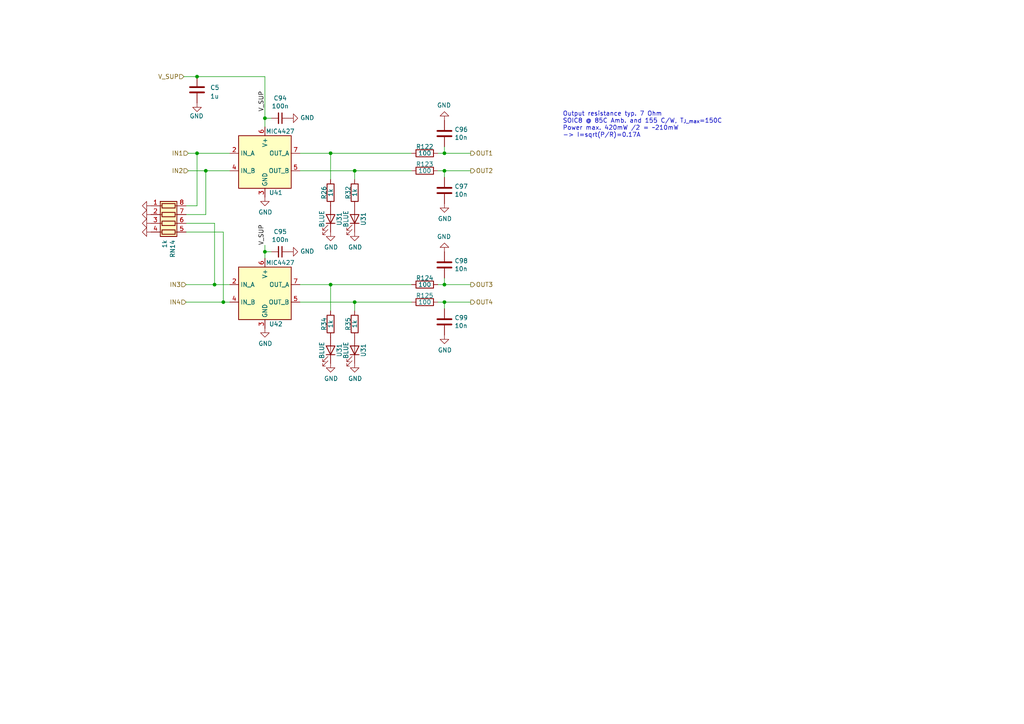
<source format=kicad_sch>
(kicad_sch (version 20230121) (generator eeschema)
  (paper "A4")
  (title_block (title "rusEfi Proteus") (date "2022-04-09") (rev "v0.7") (company "rusEFI") (comment 1 "github.com/mck1117/proteus") (comment 2 "rusefi.com/s/proteus"))
  (lib_symbols
    (symbol "Device:C" (pin_numbers hide) (pin_names (offset 0.254))
      (property "Reference" "C" (at 0.635 2.54 0))
      (property "Value" "C" (at 0.635 -2.54 0))
      (symbol "C_0_1"
        (polyline (pts (xy -2.032 -0.762) (xy 2.032 -0.762)) (stroke (width 0.508)))
        (polyline (pts (xy -2.032 0.762) (xy 2.032 0.762)) (stroke (width 0.508)))
      )
      (symbol "C_1_1"
        (pin passive line (at 0 3.81 270) (length 2.794) (name "~") (number "1"))
        (pin passive line (at 0 -3.81 90) (length 2.794) (name "~") (number "2"))
      )
    )
    (symbol "Device:C_Small" (pin_numbers hide) (pin_names (offset 0.254) hide)
      (property "Reference" "C" (at 0.254 1.778 0))
      (property "Value" "C_Small" (at 0.254 -2.032 0))
      (symbol "C_Small_0_1"
        (polyline (pts (xy -1.524 -0.508) (xy 1.524 -0.508)) (stroke (width 0.3302)))
        (polyline (pts (xy -1.524 0.508) (xy 1.524 0.508)) (stroke (width 0.3048)))
      )
      (symbol "C_Small_1_1"
        (pin passive line (at 0 2.54 270) (length 2.032) (name "~") (number "1"))
        (pin passive line (at 0 -2.54 90) (length 2.032) (name "~") (number "2"))
      )
    )
    (symbol "Device:LED" (pin_numbers hide) (pin_names (offset 1.016) hide)
      (property "Reference" "D" (at 0 2.54 0))
      (property "Value" "LED" (at 0 -2.54 0))
      (symbol "LED_0_1"
        (polyline (pts (xy -1.27 -1.27) (xy -1.27 1.27)) (stroke (width 0.254)))
        (polyline (pts (xy -1.27 0) (xy 1.27 0)))
        (polyline (pts (xy 1.27 -1.27) (xy 1.27 1.27) (xy -1.27 0) (xy 1.27 -1.27)) (stroke (width 0.254)))
        (polyline (pts (xy -3.048 -0.762) (xy -4.572 -2.286) (xy -3.81 -2.286) (xy -4.572 -2.286) (xy -4.572 -1.524)))
        (polyline (pts (xy -1.778 -0.762) (xy -3.302 -2.286) (xy -2.54 -2.286) (xy -3.302 -2.286) (xy -3.302 -1.524)))
      )
      (symbol "LED_1_1"
        (pin passive line (at -3.81 0 0) (length 2.54) (name "K") (number "1"))
        (pin passive line (at 3.81 0 180) (length 2.54) (name "A") (number "2"))
      )
    )
    (symbol "Device:R" (pin_numbers hide) (pin_names (offset 0))
      (property "Reference" "R" (at 2.032 0 90))
      (property "Value" "R" (at 0 0 90))
      (symbol "R_0_1"
        (rectangle (start -1.016 -2.54) (end 1.016 2.54) (stroke (width 0.254)))
      )
      (symbol "R_1_1"
        (pin passive line (at 0 3.81 270) (length 1.27) (name "~") (number "1"))
        (pin passive line (at 0 -3.81 90) (length 1.27) (name "~") (number "2"))
      )
    )
    (symbol "Device:R_Pack04" (pin_names (offset 0) hide)
      (property "Reference" "RN" (at -7.62 0 90))
      (property "Value" "R_Pack04" (at 5.08 0 90))
      (symbol "R_Pack04_0_1"
        (rectangle (start -6.35 -2.413) (end 3.81 2.413) (stroke (width 0.254)) (fill (type background)))
        (rectangle (start -5.715 1.905) (end -4.445 -1.905) (stroke (width 0.254)))
        (rectangle (start -3.175 1.905) (end -1.905 -1.905) (stroke (width 0.254)))
        (rectangle (start -0.635 1.905) (end 0.635 -1.905) (stroke (width 0.254)))
        (polyline (pts (xy -5.08 -2.54) (xy -5.08 -1.905)))
        (polyline (pts (xy -5.08 1.905) (xy -5.08 2.54)))
        (polyline (pts (xy -2.54 -2.54) (xy -2.54 -1.905)))
        (polyline (pts (xy -2.54 1.905) (xy -2.54 2.54)))
        (polyline (pts (xy 0 -2.54) (xy 0 -1.905)))
        (polyline (pts (xy 0 1.905) (xy 0 2.54)))
        (polyline (pts (xy 2.54 -2.54) (xy 2.54 -1.905)))
        (polyline (pts (xy 2.54 1.905) (xy 2.54 2.54)))
        (rectangle (start 1.905 1.905) (end 3.175 -1.905) (stroke (width 0.254)))
      )
      (symbol "R_Pack04_1_1"
        (pin passive line (at -5.08 -5.08 90) (length 2.54) (name "R1.1") (number "1"))
        (pin passive line (at -2.54 -5.08 90) (length 2.54) (name "R2.1") (number "2"))
        (pin passive line (at 0 -5.08 90) (length 2.54) (name "R3.1") (number "3"))
        (pin passive line (at 2.54 -5.08 90) (length 2.54) (name "R4.1") (number "4"))
        (pin passive line (at 2.54 5.08 270) (length 2.54) (name "R4.2") (number "5"))
        (pin passive line (at 0 5.08 270) (length 2.54) (name "R3.2") (number "6"))
        (pin passive line (at -2.54 5.08 270) (length 2.54) (name "R2.2") (number "7"))
        (pin passive line (at -5.08 5.08 270) (length 2.54) (name "R1.2") (number "8"))
      )
    )
    (symbol "Driver_FET:MIC4427"
      (property "Reference" "U" (at -7.62 8.89 0))
      (property "Value" "MIC4427" (at 1.27 8.89 0))
      (symbol "MIC4427_0_1"
        (rectangle (start -7.62 -7.62) (end 7.62 7.62) (stroke (width 0.254)) (fill (type background)))
      )
      (symbol "MIC4427_1_1"
        (pin no_connect line (at -7.62 0 0) (length 2.54) hide (name "NC") (number "1"))
        (pin input line (at -10.16 2.54 0) (length 2.54) (name "IN_A") (number "2"))
        (pin power_in line (at 0 -10.16 90) (length 2.54) (name "GND") (number "3"))
        (pin input line (at -10.16 -2.54 0) (length 2.54) (name "IN_B") (number "4"))
        (pin output line (at 10.16 -2.54 180) (length 2.54) (name "OUT_B") (number "5"))
        (pin power_in line (at 0 10.16 270) (length 2.54) (name "V+") (number "6"))
        (pin output line (at 10.16 2.54 180) (length 2.54) (name "OUT_A") (number "7"))
        (pin no_connect line (at 7.62 0 180) (length 2.54) hide (name "NC") (number "8"))
      )
    )
    (symbol "power:GND" (power) (pin_names (offset 0))
      (property "Value" "GND" (at 0 -3.81 0))
      (symbol "GND_0_1"
        (polyline (pts (xy 0 0) (xy 0 -1.27) (xy 1.27 -1.27) (xy 0 -2.54) (xy -1.27 -1.27) (xy 0 -1.27)))
      )
      (symbol "GND_1_1"
        (pin power_in line (at 0 0 270) (length 0) hide (name "GND") (number "1"))
      )
    )
  )
  (junction (at 57.15 22.225))
  (junction (at 128.905 87.63))
  (junction (at 57.15 44.45))
  (junction (at 95.885 44.45))
  (junction (at 102.87 87.63))
  (junction (at 95.885 82.55))
  (junction (at 76.835 34.29))
  (junction (at 102.87 49.53))
  (junction (at 76.835 73.025))
  (junction (at 128.905 49.53))
  (junction (at 128.905 44.45))
  (junction (at 64.77 87.63))
  (junction (at 62.23 82.55))
  (junction (at 128.905 82.55))
  (junction (at 59.69 49.53))
  (wire (pts (xy 128.905 82.55) (xy 136.525 82.55)))
  (wire (pts (xy 53.34 22.225) (xy 57.15 22.225)))
  (wire (pts (xy 128.905 44.45) (xy 128.905 42.545)))
  (wire (pts (xy 76.835 34.29) (xy 78.74 34.29)))
  (wire (pts (xy 128.905 49.53) (xy 136.525 49.53)))
  (wire (pts (xy 57.15 44.45) (xy 66.675 44.45)))
  (wire (pts (xy 119.38 87.63) (xy 102.87 87.63)))
  (wire (pts (xy 127 82.55) (xy 128.905 82.55)))
  (wire (pts (xy 102.87 87.63) (xy 86.995 87.63)))
  (wire (pts (xy 102.87 49.53) (xy 119.38 49.53)))
  (wire (pts (xy 76.835 34.29) (xy 76.835 36.83)))
  (wire (pts (xy 54.61 49.53) (xy 59.69 49.53)))
  (wire (pts (xy 95.885 82.55) (xy 95.885 90.17)))
  (wire (pts (xy 119.38 82.55) (xy 95.885 82.55)))
  (wire (pts (xy 136.525 44.45) (xy 128.905 44.45)))
  (wire (pts (xy 62.23 64.77) (xy 53.975 64.77)))
  (wire (pts (xy 95.885 44.45) (xy 119.38 44.45)))
  (wire (pts (xy 76.835 71.12) (xy 76.835 73.025)))
  (wire (pts (xy 136.525 87.63) (xy 128.905 87.63)))
  (wire (pts (xy 76.835 73.025) (xy 76.835 74.93)))
  (wire (pts (xy 62.23 82.55) (xy 66.675 82.55)))
  (wire (pts (xy 59.69 49.53) (xy 66.675 49.53)))
  (wire (pts (xy 102.87 87.63) (xy 102.87 90.17)))
  (wire (pts (xy 57.15 44.45) (xy 57.15 59.69)))
  (wire (pts (xy 53.975 62.23) (xy 59.69 62.23)))
  (wire (pts (xy 128.905 87.63) (xy 128.905 89.535)))
  (wire (pts (xy 95.885 82.55) (xy 86.995 82.55)))
  (wire (pts (xy 86.995 44.45) (xy 95.885 44.45)))
  (wire (pts (xy 64.77 87.63) (xy 66.675 87.63)))
  (wire (pts (xy 128.905 82.55) (xy 128.905 80.645)))
  (wire (pts (xy 78.74 73.025) (xy 76.835 73.025)))
  (wire (pts (xy 53.975 87.63) (xy 64.77 87.63)))
  (wire (pts (xy 95.885 44.45) (xy 95.885 52.07)))
  (wire (pts (xy 128.905 49.53) (xy 127 49.53)))
  (wire (pts (xy 53.975 59.69) (xy 57.15 59.69)))
  (wire (pts (xy 64.77 67.31) (xy 64.77 87.63)))
  (wire (pts (xy 57.15 22.225) (xy 76.835 22.225)))
  (wire (pts (xy 127 87.63) (xy 128.905 87.63)))
  (wire (pts (xy 64.77 67.31) (xy 53.975 67.31)))
  (wire (pts (xy 76.835 22.225) (xy 76.835 34.29)))
  (wire (pts (xy 127 44.45) (xy 128.905 44.45)))
  (wire (pts (xy 53.975 82.55) (xy 62.23 82.55)))
  (wire (pts (xy 54.61 44.45) (xy 57.15 44.45)))
  (wire (pts (xy 59.69 49.53) (xy 59.69 62.23)))
  (wire (pts (xy 86.995 49.53) (xy 102.87 49.53)))
  (wire (pts (xy 102.87 49.53) (xy 102.87 52.07)))
  (wire (pts (xy 128.905 51.435) (xy 128.905 49.53)))
  (wire (pts (xy 62.23 64.77) (xy 62.23 82.55)))
  (text "Output resistance typ. 7 Ohm\nSOIC8 @ 85C Amb. and 155 C/W, T_{J_max}=150C\nPower max. 420mW /2 = ~210mW\n-> I=sqrt(P/R)=0.17A" (at 163.195 40.005 0) (effects (font (size 1.27 1.27)) (justify left bottom)))
  (label "V_SUP" (at 76.835 32.385 90))
  (label "V_SUP" (at 76.835 71.12 90))
  (hierarchical_label "IN1" (shape input) (at 54.61 44.45 180))
  (hierarchical_label "IN2" (shape input) (at 54.61 49.53 180))
  (hierarchical_label "IN3" (shape input) (at 53.975 82.55 180))
  (hierarchical_label "V_SUP" (shape input) (at 53.34 22.225 180))
  (hierarchical_label "IN4" (shape input) (at 53.975 87.63 180))
  (hierarchical_label "OUT3" (shape output) (at 136.525 82.55 0))
  (hierarchical_label "OUT4" (shape output) (at 136.525 87.63 0))
  (hierarchical_label "OUT2" (shape output) (at 136.525 49.53 0))
  (hierarchical_label "OUT1" (shape output) (at 136.525 44.45 0))
  (symbol (lib_id "Driver_FET:MIC4427") (at 76.835 46.99 0) (unit 1)
    (property "Reference" "U41" (at 80.01 55.88 0))
    (property "Value" "MIC4427" (at 81.28 38.1 0))
    (property "Footprint" "Package_SO:SOIC-8_3.9x4.9mm_P1.27mm" (effects hide))
    (property "Datasheet" "http://ww1.microchip.com/downloads/en/DeviceDoc/mic4426.pdf" (effects hide))
    (property "PN" "TC4427EOA" (effects hide))
    (property "LCSC" "C20551" (effects hide))
    (property "LCSC_ext" "1" (effects hide))
    (property "possible_not_ext" "1" (effects hide))
    (instances (project "proteus" (path "" (reference "U41") (unit 1)) (path "" (reference "U43") (unit 1))))
  )
  (symbol (lib_id "Driver_FET:MIC4427") (at 76.835 85.09 0) (unit 1)
    (property "Reference" "U42" (at 80.01 93.98 0))
    (property "Value" "MIC4427" (at 81.28 76.2 0))
    (property "Footprint" "Package_SO:SOIC-8_3.9x4.9mm_P1.27mm" (effects hide))
    (property "Datasheet" "http://ww1.microchip.com/downloads/en/DeviceDoc/mic4426.pdf" (effects hide))
    (property "PN" "TC4427EOA" (effects hide))
    (property "LCSC" "C20551" (effects hide))
    (property "LCSC_ext" "1" (effects hide))
    (property "possible_not_ext" "1" (effects hide))
    (instances (project "proteus" (path "" (reference "U42") (unit 1)) (path "" (reference "U44") (unit 1))))
  )
  (symbol (lib_id "Device:C_Small") (at 81.28 73.025 270) (unit 1)
    (property "Reference" "C95" (at 81.28 67.2084 90))
    (property "Value" "100n" (at 81.28 69.5198 90))
    (property "Footprint" "Capacitor_SMD:C_0603_1608Metric" (effects hide))
    (property "LCSC" "C14663" (effects hide))
    (property "LCSC_ext" "0" (effects hide))
    (instances (project "proteus" (path "" (reference "C95") (unit 1)) (path "" (reference "C101") (unit 1))))
  )
  (symbol (lib_id "power:GND") (at 76.835 57.15 0) (unit 1)
    (property "Reference" "#PWR0281" (effects hide))
    (property "Value" "GND" (at 76.962 61.5442 0))
    (instances (project "proteus" (path "" (reference "#PWR0281") (unit 1)) (path "" (reference "#PWR0295") (unit 1))))
  )
  (symbol (lib_id "power:GND") (at 76.835 95.25 0) (unit 1)
    (property "Reference" "#PWR0283" (effects hide))
    (property "Value" "GND" (at 76.962 99.6442 0))
    (instances (project "proteus" (path "" (reference "#PWR0283") (unit 1)) (path "" (reference "#PWR0297") (unit 1))))
  )
  (symbol (lib_id "Device:C_Small") (at 81.28 34.29 270) (unit 1)
    (property "Reference" "C94" (at 81.28 28.4734 90))
    (property "Value" "100n" (at 81.28 30.7848 90))
    (property "Footprint" "Capacitor_SMD:C_0603_1608Metric" (effects hide))
    (property "LCSC" "C14663" (effects hide))
    (property "LCSC_ext" "0" (effects hide))
    (instances (project "proteus" (path "" (reference "C94") (unit 1)) (path "" (reference "C100") (unit 1))))
  )
  (symbol (lib_id "power:GND") (at 83.82 73.025 90) (unit 1)
    (property "Reference" "#PWR0285" (effects hide))
    (property "Value" "GND" (at 87.0712 72.898 90) (effects (justify right)))
    (instances (project "proteus" (path "" (reference "#PWR0285") (unit 1)) (path "" (reference "#PWR0299") (unit 1))))
  )
  (symbol (lib_id "power:GND") (at 83.82 34.29 90) (unit 1)
    (property "Reference" "#PWR0284" (effects hide))
    (property "Value" "GND" (at 87.0712 34.163 90) (effects (justify right)))
    (instances (project "proteus" (path "" (reference "#PWR0284") (unit 1)) (path "" (reference "#PWR0298") (unit 1))))
  )
  (symbol (lib_id "Device:R") (at 123.19 44.45 270) (unit 1)
    (property "Reference" "R122" (at 123.19 42.545 90))
    (property "Value" "100" (at 123.19 44.45 90))
    (property "Footprint" "Resistor_SMD:R_2512_6332Metric" (effects hide))
    (property "LCSC" "C2907569" (effects hide))
    (property "LCSC_ext" "0" (effects hide))
    (instances (project "proteus" (path "" (reference "R122") (unit 1)) (path "" (reference "R126") (unit 1))))
  )
  (symbol (lib_id "Device:R") (at 123.19 49.53 270) (unit 1)
    (property "Reference" "R123" (at 123.19 47.625 90))
    (property "Value" "100" (at 123.19 49.53 90))
    (property "Footprint" "Resistor_SMD:R_2512_6332Metric" (effects hide))
    (property "LCSC" "C2907569" (effects hide))
    (property "LCSC_ext" "0" (effects hide))
    (instances (project "proteus" (path "" (reference "R123") (unit 1)) (path "" (reference "R127") (unit 1))))
  )
  (symbol (lib_id "Device:R") (at 123.19 82.55 270) (unit 1)
    (property "Reference" "R124" (at 123.19 80.645 90))
    (property "Value" "100" (at 123.19 82.55 90))
    (property "Footprint" "Resistor_SMD:R_2512_6332Metric" (effects hide))
    (property "LCSC" "C2907569" (effects hide))
    (property "LCSC_ext" "0" (effects hide))
    (instances (project "proteus" (path "" (reference "R124") (unit 1)) (path "" (reference "R128") (unit 1))))
  )
  (symbol (lib_id "Device:R") (at 123.19 87.63 270) (unit 1)
    (property "Reference" "R125" (at 123.19 85.725 90))
    (property "Value" "100" (at 123.19 87.63 90))
    (property "Footprint" "Resistor_SMD:R_2512_6332Metric" (effects hide))
    (property "LCSC" "C2907569" (effects hide))
    (property "LCSC_ext" "0" (effects hide))
    (instances (project "proteus" (path "" (reference "R125") (unit 1)) (path "" (reference "R129") (unit 1))))
  )
  (symbol (lib_id "Device:C") (at 128.905 55.245 0) (unit 1)
    (property "Reference" "C97" (at 131.826 54.0766 0) (effects (justify left)))
    (property "Value" "10n" (at 131.826 56.388 0) (effects (justify left)))
    (property "Footprint" "Capacitor_SMD:C_0603_1608Metric" (effects hide))
    (property "LCSC" "C57112" (effects hide))
    (property "LCSC_ext" "0" (effects hide))
    (instances (project "proteus" (path "" (reference "C97") (unit 1)) (path "" (reference "C103") (unit 1))))
  )
  (symbol (lib_id "power:GND") (at 128.905 59.055 0) (unit 1)
    (property "Reference" "#PWR0287" (effects hide))
    (property "Value" "GND" (at 129.032 63.4492 0))
    (instances (project "proteus" (path "" (reference "#PWR0287") (unit 1)) (path "" (reference "#PWR0301") (unit 1))))
  )
  (symbol (lib_id "Device:C") (at 128.905 38.735 180) (unit 1)
    (property "Reference" "C96" (at 131.826 37.5666 0) (effects (justify right)))
    (property "Value" "10n" (at 131.826 39.878 0) (effects (justify right)))
    (property "Footprint" "Capacitor_SMD:C_0603_1608Metric" (effects hide))
    (property "LCSC" "C57112" (effects hide))
    (property "LCSC_ext" "0" (effects hide))
    (instances (project "proteus" (path "" (reference "C96") (unit 1)) (path "" (reference "C102") (unit 1))))
  )
  (symbol (lib_id "power:GND") (at 128.905 34.925 180) (unit 1)
    (property "Reference" "#PWR0286" (effects hide))
    (property "Value" "GND" (at 128.778 30.5308 0))
    (instances (project "proteus" (path "" (reference "#PWR0286") (unit 1)) (path "" (reference "#PWR0300") (unit 1))))
  )
  (symbol (lib_id "Device:C") (at 128.905 76.835 180) (unit 1)
    (property "Reference" "C98" (at 131.826 75.6666 0) (effects (justify right)))
    (property "Value" "10n" (at 131.826 77.978 0) (effects (justify right)))
    (property "Footprint" "Capacitor_SMD:C_0603_1608Metric" (effects hide))
    (property "LCSC" "C57112" (effects hide))
    (property "LCSC_ext" "0" (effects hide))
    (instances (project "proteus" (path "" (reference "C98") (unit 1)) (path "" (reference "C104") (unit 1))))
  )
  (symbol (lib_id "power:GND") (at 128.905 73.025 180) (unit 1)
    (property "Reference" "#PWR0288" (effects hide))
    (property "Value" "GND" (at 128.778 68.6308 0))
    (instances (project "proteus" (path "" (reference "#PWR0288") (unit 1)) (path "" (reference "#PWR0302") (unit 1))))
  )
  (symbol (lib_id "Device:C") (at 128.905 93.345 0) (unit 1)
    (property "Reference" "C99" (at 131.826 92.1766 0) (effects (justify left)))
    (property "Value" "10n" (at 131.826 94.488 0) (effects (justify left)))
    (property "Footprint" "Capacitor_SMD:C_0603_1608Metric" (effects hide))
    (property "LCSC" "C57112" (effects hide))
    (property "LCSC_ext" "0" (effects hide))
    (instances (project "proteus" (path "" (reference "C99") (unit 1)) (path "" (reference "C105") (unit 1))))
  )
  (symbol (lib_id "power:GND") (at 128.905 97.155 0) (unit 1)
    (property "Reference" "#PWR0289" (effects hide))
    (property "Value" "GND" (at 129.032 101.5492 0))
    (instances (project "proteus" (path "" (reference "#PWR0289") (unit 1)) (path "" (reference "#PWR0303") (unit 1))))
  )
  (symbol (lib_id "Device:R_Pack04") (at 48.895 64.77 270) (unit 1)
    (property "Reference" "RN14" (at 50.0634 69.5452 0) (effects (justify left)))
    (property "Value" "1k" (at 47.752 69.5452 0) (effects (justify left)))
    (property "Footprint" "Resistor_SMD:R_Array_Convex_4x0603" (effects hide))
    (property "LCSC" "C20197" (effects hide))
    (property "LCSC_ext" "0" (effects hide))
    (instances (project "proteus" (path "" (reference "RN14") (unit 1)) (path "" (reference "RN15") (unit 1))))
  )
  (symbol (lib_id "power:GND") (at 43.815 67.31 270) (unit 1)
    (property "Reference" "#PWR0279" (effects hide))
    (property "Value" "GND" (effects hide))
    (instances (project "proteus" (path "" (reference "#PWR0279") (unit 1)) (path "" (reference "#PWR0293") (unit 1))))
  )
  (symbol (lib_id "power:GND") (at 43.815 64.77 270) (unit 1)
    (property "Reference" "#PWR0278" (effects hide))
    (property "Value" "GND" (effects hide))
    (instances (project "proteus" (path "" (reference "#PWR0278") (unit 1)) (path "" (reference "#PWR0292") (unit 1))))
  )
  (symbol (lib_id "power:GND") (at 43.815 62.23 270) (unit 1)
    (property "Reference" "#PWR0277" (effects hide))
    (property "Value" "GND" (effects hide))
    (instances (project "proteus" (path "" (reference "#PWR0277") (unit 1)) (path "" (reference "#PWR0291") (unit 1))))
  )
  (symbol (lib_id "power:GND") (at 43.815 59.69 270) (unit 1)
    (property "Reference" "#PWR0276" (effects hide))
    (property "Value" "GND" (effects hide))
    (instances (project "proteus" (path "" (reference "#PWR0276") (unit 1)) (path "" (reference "#PWR0290") (unit 1))))
  )
  (symbol (lib_id "Device:R") (at 102.87 93.98 0) (unit 1)
    (property "Reference" "R35" (at 100.965 93.98 90))
    (property "Value" "1k" (at 102.87 93.98 90))
    (property "Footprint" "Resistor_SMD:R_0402_1005Metric" (effects hide))
    (property "LCSC" "C106235" (effects hide))
    (property "LCSC_ext" "0" (effects hide))
    (instances (project "proteus" (path "" (reference "R35") (unit 1)) (path "" (reference "R37") (unit 1))))
  )
  (symbol (lib_id "power:GND") (at 102.87 105.41 0) (unit 1)
    (property "Reference" "#PWR073" (effects hide))
    (property "Value" "GND" (at 102.997 109.8042 0))
    (instances (project "proteus" (path "" (reference "#PWR073") (unit 1)) (path "" (reference "#PWR081") (unit 1))))
  )
  (symbol (lib_id "power:GND") (at 102.87 67.31 0) (unit 1)
    (property "Reference" "#PWR031" (effects hide))
    (property "Value" "GND" (at 102.997 71.7042 0))
    (instances (project "proteus" (path "" (reference "#PWR031") (unit 1)) (path "" (reference "#PWR067") (unit 1))))
  )
  (symbol (lib_id "Device:C") (at 57.15 26.035 180) (unit 1)
    (property "Reference" "C5" (at 60.96 25.4 0) (effects (justify right)))
    (property "Value" "1u" (at 60.96 27.94 0) (effects (justify right)))
    (property "Footprint" "Capacitor_SMD:C_0603_1608Metric" (effects hide))
    (property "LCSC" "C15849" (effects hide))
    (instances (project "proteus" (path "" (reference "C5") (unit 1)) (path "" (reference "C30") (unit 1))))
  )
  (symbol (lib_id "power:GND") (at 95.885 67.31 0) (unit 1)
    (property "Reference" "#PWR028" (effects hide))
    (property "Value" "GND" (at 96.012 71.7042 0))
    (instances (project "proteus" (path "" (reference "#PWR028") (unit 1)) (path "" (reference "#PWR029") (unit 1))))
  )
  (symbol (lib_id "Device:R") (at 95.885 55.88 0) (unit 1)
    (property "Reference" "R26" (at 93.98 55.88 90))
    (property "Value" "1k" (at 95.885 55.88 90))
    (property "Footprint" "Resistor_SMD:R_0402_1005Metric" (effects hide))
    (property "LCSC" "C106235" (effects hide))
    (property "LCSC_ext" "0" (effects hide))
    (instances (project "proteus" (path "" (reference "R26") (unit 1)) (path "" (reference "R31") (unit 1))))
  )
  (symbol (lib_id "Device:LED") (at 102.87 101.6 270) (mirror x) (unit 1)
    (property "Reference" "U31" (at 105.41 101.6 0))
    (property "Value" "BLUE" (at 100.33 101.6 0))
    (property "Footprint" "LED_SMD:LED_0603_1608Metric" (effects hide))
    (property "LCSC" "C72041" (effects hide))
    (instances (project "proteus" (path "" (reference "U31") (unit 1)) (path "" (reference "U56") (unit 1)) (path "" (reference "U87") (unit 1)) (path "" (reference "U93") (unit 1))))
  )
  (symbol (lib_id "Device:R") (at 102.87 55.88 0) (unit 1)
    (property "Reference" "R32" (at 100.965 55.88 90))
    (property "Value" "1k" (at 102.87 55.88 90))
    (property "Footprint" "Resistor_SMD:R_0402_1005Metric" (effects hide))
    (property "LCSC" "C106235" (effects hide))
    (property "LCSC_ext" "0" (effects hide))
    (instances (project "proteus" (path "" (reference "R32") (unit 1)) (path "" (reference "R33") (unit 1))))
  )
  (symbol (lib_id "power:GND") (at 95.885 105.41 0) (unit 1)
    (property "Reference" "#PWR068" (effects hide))
    (property "Value" "GND" (at 96.012 109.8042 0))
    (instances (project "proteus" (path "" (reference "#PWR068") (unit 1)) (path "" (reference "#PWR074") (unit 1))))
  )
  (symbol (lib_id "Device:LED") (at 95.885 63.5 270) (mirror x) (unit 1)
    (property "Reference" "U31" (at 98.425 63.5 0))
    (property "Value" "BLUE" (at 93.345 63.5 0))
    (property "Footprint" "LED_SMD:LED_0603_1608Metric" (effects hide))
    (property "LCSC" "C72041" (effects hide))
    (instances (project "proteus" (path "" (reference "U31") (unit 1)) (path "" (reference "U56") (unit 1)) (path "" (reference "U72") (unit 1)) (path "" (reference "U75") (unit 1))))
  )
  (symbol (lib_id "Device:LED") (at 102.87 63.5 270) (mirror x) (unit 1)
    (property "Reference" "U31" (at 105.41 63.5 0))
    (property "Value" "BLUE" (at 100.33 63.5 0))
    (property "Footprint" "LED_SMD:LED_0603_1608Metric" (effects hide))
    (property "LCSC" "C72041" (effects hide))
    (instances (project "proteus" (path "" (reference "U31") (unit 1)) (path "" (reference "U56") (unit 1)) (path "" (reference "U78") (unit 1)) (path "" (reference "U81") (unit 1))))
  )
  (symbol (lib_id "Device:R") (at 95.885 93.98 0) (unit 1)
    (property "Reference" "R34" (at 93.98 93.98 90))
    (property "Value" "1k" (at 95.885 93.98 90))
    (property "Footprint" "Resistor_SMD:R_0402_1005Metric" (effects hide))
    (property "LCSC" "C106235" (effects hide))
    (property "LCSC_ext" "0" (effects hide))
    (instances (project "proteus" (path "" (reference "R34") (unit 1)) (path "" (reference "R36") (unit 1))))
  )
  (symbol (lib_id "Device:LED") (at 95.885 101.6 270) (mirror x) (unit 1)
    (property "Reference" "U31" (at 98.425 101.6 0))
    (property "Value" "BLUE" (at 93.345 101.6 0))
    (property "Footprint" "LED_SMD:LED_0603_1608Metric" (effects hide))
    (property "LCSC" "C72041" (effects hide))
    (instances (project "proteus" (path "" (reference "U31") (unit 1)) (path "" (reference "U56") (unit 1)) (path "" (reference "U84") (unit 1)) (path "" (reference "U90") (unit 1))))
  )
  (symbol (lib_id "power:GND") (at 57.15 29.845 0) (unit 1)
    (property "Reference" "#PWR0269" (effects hide))
    (property "Value" "GND" (at 59.055 33.655 0) (effects (justify right)))
    (instances (project "proteus" (path "" (reference "#PWR0269") (unit 1)) (path "" (reference "#PWR0271") (unit 1))))
  )
)
</source>
